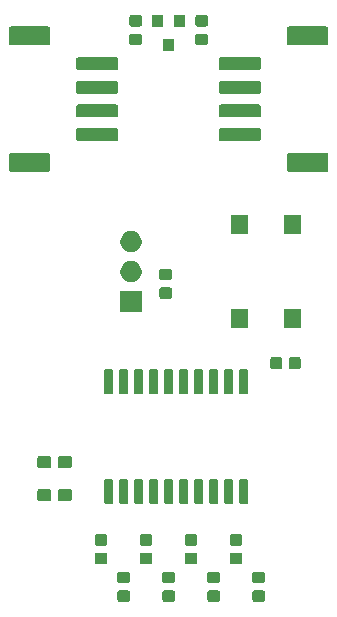
<source format=gbr>
G04 #@! TF.GenerationSoftware,KiCad,Pcbnew,5.1.5*
G04 #@! TF.CreationDate,2020-04-23T18:51:29+02:00*
G04 #@! TF.ProjectId,water_level,77617465-725f-46c6-9576-656c2e6b6963,rev?*
G04 #@! TF.SameCoordinates,Original*
G04 #@! TF.FileFunction,Soldermask,Top*
G04 #@! TF.FilePolarity,Negative*
%FSLAX46Y46*%
G04 Gerber Fmt 4.6, Leading zero omitted, Abs format (unit mm)*
G04 Created by KiCad (PCBNEW 5.1.5) date 2020-04-23 18:51:29*
%MOMM*%
%LPD*%
G04 APERTURE LIST*
%ADD10C,0.100000*%
G04 APERTURE END LIST*
D10*
G36*
X48639591Y-69518085D02*
G01*
X48673569Y-69528393D01*
X48704890Y-69545134D01*
X48732339Y-69567661D01*
X48754866Y-69595110D01*
X48771607Y-69626431D01*
X48781915Y-69660409D01*
X48786000Y-69701890D01*
X48786000Y-70303110D01*
X48781915Y-70344591D01*
X48771607Y-70378569D01*
X48754866Y-70409890D01*
X48732339Y-70437339D01*
X48704890Y-70459866D01*
X48673569Y-70476607D01*
X48639591Y-70486915D01*
X48598110Y-70491000D01*
X47921890Y-70491000D01*
X47880409Y-70486915D01*
X47846431Y-70476607D01*
X47815110Y-70459866D01*
X47787661Y-70437339D01*
X47765134Y-70409890D01*
X47748393Y-70378569D01*
X47738085Y-70344591D01*
X47734000Y-70303110D01*
X47734000Y-69701890D01*
X47738085Y-69660409D01*
X47748393Y-69626431D01*
X47765134Y-69595110D01*
X47787661Y-69567661D01*
X47815110Y-69545134D01*
X47846431Y-69528393D01*
X47880409Y-69518085D01*
X47921890Y-69514000D01*
X48598110Y-69514000D01*
X48639591Y-69518085D01*
G37*
G36*
X44829591Y-69518085D02*
G01*
X44863569Y-69528393D01*
X44894890Y-69545134D01*
X44922339Y-69567661D01*
X44944866Y-69595110D01*
X44961607Y-69626431D01*
X44971915Y-69660409D01*
X44976000Y-69701890D01*
X44976000Y-70303110D01*
X44971915Y-70344591D01*
X44961607Y-70378569D01*
X44944866Y-70409890D01*
X44922339Y-70437339D01*
X44894890Y-70459866D01*
X44863569Y-70476607D01*
X44829591Y-70486915D01*
X44788110Y-70491000D01*
X44111890Y-70491000D01*
X44070409Y-70486915D01*
X44036431Y-70476607D01*
X44005110Y-70459866D01*
X43977661Y-70437339D01*
X43955134Y-70409890D01*
X43938393Y-70378569D01*
X43928085Y-70344591D01*
X43924000Y-70303110D01*
X43924000Y-69701890D01*
X43928085Y-69660409D01*
X43938393Y-69626431D01*
X43955134Y-69595110D01*
X43977661Y-69567661D01*
X44005110Y-69545134D01*
X44036431Y-69528393D01*
X44070409Y-69518085D01*
X44111890Y-69514000D01*
X44788110Y-69514000D01*
X44829591Y-69518085D01*
G37*
G36*
X37209591Y-69518085D02*
G01*
X37243569Y-69528393D01*
X37274890Y-69545134D01*
X37302339Y-69567661D01*
X37324866Y-69595110D01*
X37341607Y-69626431D01*
X37351915Y-69660409D01*
X37356000Y-69701890D01*
X37356000Y-70303110D01*
X37351915Y-70344591D01*
X37341607Y-70378569D01*
X37324866Y-70409890D01*
X37302339Y-70437339D01*
X37274890Y-70459866D01*
X37243569Y-70476607D01*
X37209591Y-70486915D01*
X37168110Y-70491000D01*
X36491890Y-70491000D01*
X36450409Y-70486915D01*
X36416431Y-70476607D01*
X36385110Y-70459866D01*
X36357661Y-70437339D01*
X36335134Y-70409890D01*
X36318393Y-70378569D01*
X36308085Y-70344591D01*
X36304000Y-70303110D01*
X36304000Y-69701890D01*
X36308085Y-69660409D01*
X36318393Y-69626431D01*
X36335134Y-69595110D01*
X36357661Y-69567661D01*
X36385110Y-69545134D01*
X36416431Y-69528393D01*
X36450409Y-69518085D01*
X36491890Y-69514000D01*
X37168110Y-69514000D01*
X37209591Y-69518085D01*
G37*
G36*
X41019591Y-69518085D02*
G01*
X41053569Y-69528393D01*
X41084890Y-69545134D01*
X41112339Y-69567661D01*
X41134866Y-69595110D01*
X41151607Y-69626431D01*
X41161915Y-69660409D01*
X41166000Y-69701890D01*
X41166000Y-70303110D01*
X41161915Y-70344591D01*
X41151607Y-70378569D01*
X41134866Y-70409890D01*
X41112339Y-70437339D01*
X41084890Y-70459866D01*
X41053569Y-70476607D01*
X41019591Y-70486915D01*
X40978110Y-70491000D01*
X40301890Y-70491000D01*
X40260409Y-70486915D01*
X40226431Y-70476607D01*
X40195110Y-70459866D01*
X40167661Y-70437339D01*
X40145134Y-70409890D01*
X40128393Y-70378569D01*
X40118085Y-70344591D01*
X40114000Y-70303110D01*
X40114000Y-69701890D01*
X40118085Y-69660409D01*
X40128393Y-69626431D01*
X40145134Y-69595110D01*
X40167661Y-69567661D01*
X40195110Y-69545134D01*
X40226431Y-69528393D01*
X40260409Y-69518085D01*
X40301890Y-69514000D01*
X40978110Y-69514000D01*
X41019591Y-69518085D01*
G37*
G36*
X41019591Y-67943085D02*
G01*
X41053569Y-67953393D01*
X41084890Y-67970134D01*
X41112339Y-67992661D01*
X41134866Y-68020110D01*
X41151607Y-68051431D01*
X41161915Y-68085409D01*
X41166000Y-68126890D01*
X41166000Y-68728110D01*
X41161915Y-68769591D01*
X41151607Y-68803569D01*
X41134866Y-68834890D01*
X41112339Y-68862339D01*
X41084890Y-68884866D01*
X41053569Y-68901607D01*
X41019591Y-68911915D01*
X40978110Y-68916000D01*
X40301890Y-68916000D01*
X40260409Y-68911915D01*
X40226431Y-68901607D01*
X40195110Y-68884866D01*
X40167661Y-68862339D01*
X40145134Y-68834890D01*
X40128393Y-68803569D01*
X40118085Y-68769591D01*
X40114000Y-68728110D01*
X40114000Y-68126890D01*
X40118085Y-68085409D01*
X40128393Y-68051431D01*
X40145134Y-68020110D01*
X40167661Y-67992661D01*
X40195110Y-67970134D01*
X40226431Y-67953393D01*
X40260409Y-67943085D01*
X40301890Y-67939000D01*
X40978110Y-67939000D01*
X41019591Y-67943085D01*
G37*
G36*
X37209591Y-67943085D02*
G01*
X37243569Y-67953393D01*
X37274890Y-67970134D01*
X37302339Y-67992661D01*
X37324866Y-68020110D01*
X37341607Y-68051431D01*
X37351915Y-68085409D01*
X37356000Y-68126890D01*
X37356000Y-68728110D01*
X37351915Y-68769591D01*
X37341607Y-68803569D01*
X37324866Y-68834890D01*
X37302339Y-68862339D01*
X37274890Y-68884866D01*
X37243569Y-68901607D01*
X37209591Y-68911915D01*
X37168110Y-68916000D01*
X36491890Y-68916000D01*
X36450409Y-68911915D01*
X36416431Y-68901607D01*
X36385110Y-68884866D01*
X36357661Y-68862339D01*
X36335134Y-68834890D01*
X36318393Y-68803569D01*
X36308085Y-68769591D01*
X36304000Y-68728110D01*
X36304000Y-68126890D01*
X36308085Y-68085409D01*
X36318393Y-68051431D01*
X36335134Y-68020110D01*
X36357661Y-67992661D01*
X36385110Y-67970134D01*
X36416431Y-67953393D01*
X36450409Y-67943085D01*
X36491890Y-67939000D01*
X37168110Y-67939000D01*
X37209591Y-67943085D01*
G37*
G36*
X44829591Y-67943085D02*
G01*
X44863569Y-67953393D01*
X44894890Y-67970134D01*
X44922339Y-67992661D01*
X44944866Y-68020110D01*
X44961607Y-68051431D01*
X44971915Y-68085409D01*
X44976000Y-68126890D01*
X44976000Y-68728110D01*
X44971915Y-68769591D01*
X44961607Y-68803569D01*
X44944866Y-68834890D01*
X44922339Y-68862339D01*
X44894890Y-68884866D01*
X44863569Y-68901607D01*
X44829591Y-68911915D01*
X44788110Y-68916000D01*
X44111890Y-68916000D01*
X44070409Y-68911915D01*
X44036431Y-68901607D01*
X44005110Y-68884866D01*
X43977661Y-68862339D01*
X43955134Y-68834890D01*
X43938393Y-68803569D01*
X43928085Y-68769591D01*
X43924000Y-68728110D01*
X43924000Y-68126890D01*
X43928085Y-68085409D01*
X43938393Y-68051431D01*
X43955134Y-68020110D01*
X43977661Y-67992661D01*
X44005110Y-67970134D01*
X44036431Y-67953393D01*
X44070409Y-67943085D01*
X44111890Y-67939000D01*
X44788110Y-67939000D01*
X44829591Y-67943085D01*
G37*
G36*
X48639591Y-67943085D02*
G01*
X48673569Y-67953393D01*
X48704890Y-67970134D01*
X48732339Y-67992661D01*
X48754866Y-68020110D01*
X48771607Y-68051431D01*
X48781915Y-68085409D01*
X48786000Y-68126890D01*
X48786000Y-68728110D01*
X48781915Y-68769591D01*
X48771607Y-68803569D01*
X48754866Y-68834890D01*
X48732339Y-68862339D01*
X48704890Y-68884866D01*
X48673569Y-68901607D01*
X48639591Y-68911915D01*
X48598110Y-68916000D01*
X47921890Y-68916000D01*
X47880409Y-68911915D01*
X47846431Y-68901607D01*
X47815110Y-68884866D01*
X47787661Y-68862339D01*
X47765134Y-68834890D01*
X47748393Y-68803569D01*
X47738085Y-68769591D01*
X47734000Y-68728110D01*
X47734000Y-68126890D01*
X47738085Y-68085409D01*
X47748393Y-68051431D01*
X47765134Y-68020110D01*
X47787661Y-67992661D01*
X47815110Y-67970134D01*
X47846431Y-67953393D01*
X47880409Y-67943085D01*
X47921890Y-67939000D01*
X48598110Y-67939000D01*
X48639591Y-67943085D01*
G37*
G36*
X39114591Y-66343085D02*
G01*
X39148569Y-66353393D01*
X39179890Y-66370134D01*
X39207339Y-66392661D01*
X39229866Y-66420110D01*
X39246607Y-66451431D01*
X39256915Y-66485409D01*
X39261000Y-66526890D01*
X39261000Y-67128110D01*
X39256915Y-67169591D01*
X39246607Y-67203569D01*
X39229866Y-67234890D01*
X39207339Y-67262339D01*
X39179890Y-67284866D01*
X39148569Y-67301607D01*
X39114591Y-67311915D01*
X39073110Y-67316000D01*
X38396890Y-67316000D01*
X38355409Y-67311915D01*
X38321431Y-67301607D01*
X38290110Y-67284866D01*
X38262661Y-67262339D01*
X38240134Y-67234890D01*
X38223393Y-67203569D01*
X38213085Y-67169591D01*
X38209000Y-67128110D01*
X38209000Y-66526890D01*
X38213085Y-66485409D01*
X38223393Y-66451431D01*
X38240134Y-66420110D01*
X38262661Y-66392661D01*
X38290110Y-66370134D01*
X38321431Y-66353393D01*
X38355409Y-66343085D01*
X38396890Y-66339000D01*
X39073110Y-66339000D01*
X39114591Y-66343085D01*
G37*
G36*
X46734591Y-66343085D02*
G01*
X46768569Y-66353393D01*
X46799890Y-66370134D01*
X46827339Y-66392661D01*
X46849866Y-66420110D01*
X46866607Y-66451431D01*
X46876915Y-66485409D01*
X46881000Y-66526890D01*
X46881000Y-67128110D01*
X46876915Y-67169591D01*
X46866607Y-67203569D01*
X46849866Y-67234890D01*
X46827339Y-67262339D01*
X46799890Y-67284866D01*
X46768569Y-67301607D01*
X46734591Y-67311915D01*
X46693110Y-67316000D01*
X46016890Y-67316000D01*
X45975409Y-67311915D01*
X45941431Y-67301607D01*
X45910110Y-67284866D01*
X45882661Y-67262339D01*
X45860134Y-67234890D01*
X45843393Y-67203569D01*
X45833085Y-67169591D01*
X45829000Y-67128110D01*
X45829000Y-66526890D01*
X45833085Y-66485409D01*
X45843393Y-66451431D01*
X45860134Y-66420110D01*
X45882661Y-66392661D01*
X45910110Y-66370134D01*
X45941431Y-66353393D01*
X45975409Y-66343085D01*
X46016890Y-66339000D01*
X46693110Y-66339000D01*
X46734591Y-66343085D01*
G37*
G36*
X42924591Y-66343085D02*
G01*
X42958569Y-66353393D01*
X42989890Y-66370134D01*
X43017339Y-66392661D01*
X43039866Y-66420110D01*
X43056607Y-66451431D01*
X43066915Y-66485409D01*
X43071000Y-66526890D01*
X43071000Y-67128110D01*
X43066915Y-67169591D01*
X43056607Y-67203569D01*
X43039866Y-67234890D01*
X43017339Y-67262339D01*
X42989890Y-67284866D01*
X42958569Y-67301607D01*
X42924591Y-67311915D01*
X42883110Y-67316000D01*
X42206890Y-67316000D01*
X42165409Y-67311915D01*
X42131431Y-67301607D01*
X42100110Y-67284866D01*
X42072661Y-67262339D01*
X42050134Y-67234890D01*
X42033393Y-67203569D01*
X42023085Y-67169591D01*
X42019000Y-67128110D01*
X42019000Y-66526890D01*
X42023085Y-66485409D01*
X42033393Y-66451431D01*
X42050134Y-66420110D01*
X42072661Y-66392661D01*
X42100110Y-66370134D01*
X42131431Y-66353393D01*
X42165409Y-66343085D01*
X42206890Y-66339000D01*
X42883110Y-66339000D01*
X42924591Y-66343085D01*
G37*
G36*
X35304591Y-66343085D02*
G01*
X35338569Y-66353393D01*
X35369890Y-66370134D01*
X35397339Y-66392661D01*
X35419866Y-66420110D01*
X35436607Y-66451431D01*
X35446915Y-66485409D01*
X35451000Y-66526890D01*
X35451000Y-67128110D01*
X35446915Y-67169591D01*
X35436607Y-67203569D01*
X35419866Y-67234890D01*
X35397339Y-67262339D01*
X35369890Y-67284866D01*
X35338569Y-67301607D01*
X35304591Y-67311915D01*
X35263110Y-67316000D01*
X34586890Y-67316000D01*
X34545409Y-67311915D01*
X34511431Y-67301607D01*
X34480110Y-67284866D01*
X34452661Y-67262339D01*
X34430134Y-67234890D01*
X34413393Y-67203569D01*
X34403085Y-67169591D01*
X34399000Y-67128110D01*
X34399000Y-66526890D01*
X34403085Y-66485409D01*
X34413393Y-66451431D01*
X34430134Y-66420110D01*
X34452661Y-66392661D01*
X34480110Y-66370134D01*
X34511431Y-66353393D01*
X34545409Y-66343085D01*
X34586890Y-66339000D01*
X35263110Y-66339000D01*
X35304591Y-66343085D01*
G37*
G36*
X35304591Y-64768085D02*
G01*
X35338569Y-64778393D01*
X35369890Y-64795134D01*
X35397339Y-64817661D01*
X35419866Y-64845110D01*
X35436607Y-64876431D01*
X35446915Y-64910409D01*
X35451000Y-64951890D01*
X35451000Y-65553110D01*
X35446915Y-65594591D01*
X35436607Y-65628569D01*
X35419866Y-65659890D01*
X35397339Y-65687339D01*
X35369890Y-65709866D01*
X35338569Y-65726607D01*
X35304591Y-65736915D01*
X35263110Y-65741000D01*
X34586890Y-65741000D01*
X34545409Y-65736915D01*
X34511431Y-65726607D01*
X34480110Y-65709866D01*
X34452661Y-65687339D01*
X34430134Y-65659890D01*
X34413393Y-65628569D01*
X34403085Y-65594591D01*
X34399000Y-65553110D01*
X34399000Y-64951890D01*
X34403085Y-64910409D01*
X34413393Y-64876431D01*
X34430134Y-64845110D01*
X34452661Y-64817661D01*
X34480110Y-64795134D01*
X34511431Y-64778393D01*
X34545409Y-64768085D01*
X34586890Y-64764000D01*
X35263110Y-64764000D01*
X35304591Y-64768085D01*
G37*
G36*
X39114591Y-64768085D02*
G01*
X39148569Y-64778393D01*
X39179890Y-64795134D01*
X39207339Y-64817661D01*
X39229866Y-64845110D01*
X39246607Y-64876431D01*
X39256915Y-64910409D01*
X39261000Y-64951890D01*
X39261000Y-65553110D01*
X39256915Y-65594591D01*
X39246607Y-65628569D01*
X39229866Y-65659890D01*
X39207339Y-65687339D01*
X39179890Y-65709866D01*
X39148569Y-65726607D01*
X39114591Y-65736915D01*
X39073110Y-65741000D01*
X38396890Y-65741000D01*
X38355409Y-65736915D01*
X38321431Y-65726607D01*
X38290110Y-65709866D01*
X38262661Y-65687339D01*
X38240134Y-65659890D01*
X38223393Y-65628569D01*
X38213085Y-65594591D01*
X38209000Y-65553110D01*
X38209000Y-64951890D01*
X38213085Y-64910409D01*
X38223393Y-64876431D01*
X38240134Y-64845110D01*
X38262661Y-64817661D01*
X38290110Y-64795134D01*
X38321431Y-64778393D01*
X38355409Y-64768085D01*
X38396890Y-64764000D01*
X39073110Y-64764000D01*
X39114591Y-64768085D01*
G37*
G36*
X46734591Y-64768085D02*
G01*
X46768569Y-64778393D01*
X46799890Y-64795134D01*
X46827339Y-64817661D01*
X46849866Y-64845110D01*
X46866607Y-64876431D01*
X46876915Y-64910409D01*
X46881000Y-64951890D01*
X46881000Y-65553110D01*
X46876915Y-65594591D01*
X46866607Y-65628569D01*
X46849866Y-65659890D01*
X46827339Y-65687339D01*
X46799890Y-65709866D01*
X46768569Y-65726607D01*
X46734591Y-65736915D01*
X46693110Y-65741000D01*
X46016890Y-65741000D01*
X45975409Y-65736915D01*
X45941431Y-65726607D01*
X45910110Y-65709866D01*
X45882661Y-65687339D01*
X45860134Y-65659890D01*
X45843393Y-65628569D01*
X45833085Y-65594591D01*
X45829000Y-65553110D01*
X45829000Y-64951890D01*
X45833085Y-64910409D01*
X45843393Y-64876431D01*
X45860134Y-64845110D01*
X45882661Y-64817661D01*
X45910110Y-64795134D01*
X45941431Y-64778393D01*
X45975409Y-64768085D01*
X46016890Y-64764000D01*
X46693110Y-64764000D01*
X46734591Y-64768085D01*
G37*
G36*
X42924591Y-64768085D02*
G01*
X42958569Y-64778393D01*
X42989890Y-64795134D01*
X43017339Y-64817661D01*
X43039866Y-64845110D01*
X43056607Y-64876431D01*
X43066915Y-64910409D01*
X43071000Y-64951890D01*
X43071000Y-65553110D01*
X43066915Y-65594591D01*
X43056607Y-65628569D01*
X43039866Y-65659890D01*
X43017339Y-65687339D01*
X42989890Y-65709866D01*
X42958569Y-65726607D01*
X42924591Y-65736915D01*
X42883110Y-65741000D01*
X42206890Y-65741000D01*
X42165409Y-65736915D01*
X42131431Y-65726607D01*
X42100110Y-65709866D01*
X42072661Y-65687339D01*
X42050134Y-65659890D01*
X42033393Y-65628569D01*
X42023085Y-65594591D01*
X42019000Y-65553110D01*
X42019000Y-64951890D01*
X42023085Y-64910409D01*
X42033393Y-64876431D01*
X42050134Y-64845110D01*
X42072661Y-64817661D01*
X42100110Y-64795134D01*
X42131431Y-64778393D01*
X42165409Y-64768085D01*
X42206890Y-64764000D01*
X42883110Y-64764000D01*
X42924591Y-64768085D01*
G37*
G36*
X43439928Y-60091764D02*
G01*
X43461009Y-60098160D01*
X43480445Y-60108548D01*
X43497476Y-60122524D01*
X43511452Y-60139555D01*
X43521840Y-60158991D01*
X43528236Y-60180072D01*
X43531000Y-60208140D01*
X43531000Y-62121860D01*
X43528236Y-62149928D01*
X43521840Y-62171009D01*
X43511452Y-62190445D01*
X43497476Y-62207476D01*
X43480445Y-62221452D01*
X43461009Y-62231840D01*
X43439928Y-62238236D01*
X43411860Y-62241000D01*
X42948140Y-62241000D01*
X42920072Y-62238236D01*
X42898991Y-62231840D01*
X42879555Y-62221452D01*
X42862524Y-62207476D01*
X42848548Y-62190445D01*
X42838160Y-62171009D01*
X42831764Y-62149928D01*
X42829000Y-62121860D01*
X42829000Y-60208140D01*
X42831764Y-60180072D01*
X42838160Y-60158991D01*
X42848548Y-60139555D01*
X42862524Y-60122524D01*
X42879555Y-60108548D01*
X42898991Y-60098160D01*
X42920072Y-60091764D01*
X42948140Y-60089000D01*
X43411860Y-60089000D01*
X43439928Y-60091764D01*
G37*
G36*
X37089928Y-60091764D02*
G01*
X37111009Y-60098160D01*
X37130445Y-60108548D01*
X37147476Y-60122524D01*
X37161452Y-60139555D01*
X37171840Y-60158991D01*
X37178236Y-60180072D01*
X37181000Y-60208140D01*
X37181000Y-62121860D01*
X37178236Y-62149928D01*
X37171840Y-62171009D01*
X37161452Y-62190445D01*
X37147476Y-62207476D01*
X37130445Y-62221452D01*
X37111009Y-62231840D01*
X37089928Y-62238236D01*
X37061860Y-62241000D01*
X36598140Y-62241000D01*
X36570072Y-62238236D01*
X36548991Y-62231840D01*
X36529555Y-62221452D01*
X36512524Y-62207476D01*
X36498548Y-62190445D01*
X36488160Y-62171009D01*
X36481764Y-62149928D01*
X36479000Y-62121860D01*
X36479000Y-60208140D01*
X36481764Y-60180072D01*
X36488160Y-60158991D01*
X36498548Y-60139555D01*
X36512524Y-60122524D01*
X36529555Y-60108548D01*
X36548991Y-60098160D01*
X36570072Y-60091764D01*
X36598140Y-60089000D01*
X37061860Y-60089000D01*
X37089928Y-60091764D01*
G37*
G36*
X39629928Y-60091764D02*
G01*
X39651009Y-60098160D01*
X39670445Y-60108548D01*
X39687476Y-60122524D01*
X39701452Y-60139555D01*
X39711840Y-60158991D01*
X39718236Y-60180072D01*
X39721000Y-60208140D01*
X39721000Y-62121860D01*
X39718236Y-62149928D01*
X39711840Y-62171009D01*
X39701452Y-62190445D01*
X39687476Y-62207476D01*
X39670445Y-62221452D01*
X39651009Y-62231840D01*
X39629928Y-62238236D01*
X39601860Y-62241000D01*
X39138140Y-62241000D01*
X39110072Y-62238236D01*
X39088991Y-62231840D01*
X39069555Y-62221452D01*
X39052524Y-62207476D01*
X39038548Y-62190445D01*
X39028160Y-62171009D01*
X39021764Y-62149928D01*
X39019000Y-62121860D01*
X39019000Y-60208140D01*
X39021764Y-60180072D01*
X39028160Y-60158991D01*
X39038548Y-60139555D01*
X39052524Y-60122524D01*
X39069555Y-60108548D01*
X39088991Y-60098160D01*
X39110072Y-60091764D01*
X39138140Y-60089000D01*
X39601860Y-60089000D01*
X39629928Y-60091764D01*
G37*
G36*
X40899928Y-60091764D02*
G01*
X40921009Y-60098160D01*
X40940445Y-60108548D01*
X40957476Y-60122524D01*
X40971452Y-60139555D01*
X40981840Y-60158991D01*
X40988236Y-60180072D01*
X40991000Y-60208140D01*
X40991000Y-62121860D01*
X40988236Y-62149928D01*
X40981840Y-62171009D01*
X40971452Y-62190445D01*
X40957476Y-62207476D01*
X40940445Y-62221452D01*
X40921009Y-62231840D01*
X40899928Y-62238236D01*
X40871860Y-62241000D01*
X40408140Y-62241000D01*
X40380072Y-62238236D01*
X40358991Y-62231840D01*
X40339555Y-62221452D01*
X40322524Y-62207476D01*
X40308548Y-62190445D01*
X40298160Y-62171009D01*
X40291764Y-62149928D01*
X40289000Y-62121860D01*
X40289000Y-60208140D01*
X40291764Y-60180072D01*
X40298160Y-60158991D01*
X40308548Y-60139555D01*
X40322524Y-60122524D01*
X40339555Y-60108548D01*
X40358991Y-60098160D01*
X40380072Y-60091764D01*
X40408140Y-60089000D01*
X40871860Y-60089000D01*
X40899928Y-60091764D01*
G37*
G36*
X42169928Y-60091764D02*
G01*
X42191009Y-60098160D01*
X42210445Y-60108548D01*
X42227476Y-60122524D01*
X42241452Y-60139555D01*
X42251840Y-60158991D01*
X42258236Y-60180072D01*
X42261000Y-60208140D01*
X42261000Y-62121860D01*
X42258236Y-62149928D01*
X42251840Y-62171009D01*
X42241452Y-62190445D01*
X42227476Y-62207476D01*
X42210445Y-62221452D01*
X42191009Y-62231840D01*
X42169928Y-62238236D01*
X42141860Y-62241000D01*
X41678140Y-62241000D01*
X41650072Y-62238236D01*
X41628991Y-62231840D01*
X41609555Y-62221452D01*
X41592524Y-62207476D01*
X41578548Y-62190445D01*
X41568160Y-62171009D01*
X41561764Y-62149928D01*
X41559000Y-62121860D01*
X41559000Y-60208140D01*
X41561764Y-60180072D01*
X41568160Y-60158991D01*
X41578548Y-60139555D01*
X41592524Y-60122524D01*
X41609555Y-60108548D01*
X41628991Y-60098160D01*
X41650072Y-60091764D01*
X41678140Y-60089000D01*
X42141860Y-60089000D01*
X42169928Y-60091764D01*
G37*
G36*
X38359928Y-60091764D02*
G01*
X38381009Y-60098160D01*
X38400445Y-60108548D01*
X38417476Y-60122524D01*
X38431452Y-60139555D01*
X38441840Y-60158991D01*
X38448236Y-60180072D01*
X38451000Y-60208140D01*
X38451000Y-62121860D01*
X38448236Y-62149928D01*
X38441840Y-62171009D01*
X38431452Y-62190445D01*
X38417476Y-62207476D01*
X38400445Y-62221452D01*
X38381009Y-62231840D01*
X38359928Y-62238236D01*
X38331860Y-62241000D01*
X37868140Y-62241000D01*
X37840072Y-62238236D01*
X37818991Y-62231840D01*
X37799555Y-62221452D01*
X37782524Y-62207476D01*
X37768548Y-62190445D01*
X37758160Y-62171009D01*
X37751764Y-62149928D01*
X37749000Y-62121860D01*
X37749000Y-60208140D01*
X37751764Y-60180072D01*
X37758160Y-60158991D01*
X37768548Y-60139555D01*
X37782524Y-60122524D01*
X37799555Y-60108548D01*
X37818991Y-60098160D01*
X37840072Y-60091764D01*
X37868140Y-60089000D01*
X38331860Y-60089000D01*
X38359928Y-60091764D01*
G37*
G36*
X35819928Y-60091764D02*
G01*
X35841009Y-60098160D01*
X35860445Y-60108548D01*
X35877476Y-60122524D01*
X35891452Y-60139555D01*
X35901840Y-60158991D01*
X35908236Y-60180072D01*
X35911000Y-60208140D01*
X35911000Y-62121860D01*
X35908236Y-62149928D01*
X35901840Y-62171009D01*
X35891452Y-62190445D01*
X35877476Y-62207476D01*
X35860445Y-62221452D01*
X35841009Y-62231840D01*
X35819928Y-62238236D01*
X35791860Y-62241000D01*
X35328140Y-62241000D01*
X35300072Y-62238236D01*
X35278991Y-62231840D01*
X35259555Y-62221452D01*
X35242524Y-62207476D01*
X35228548Y-62190445D01*
X35218160Y-62171009D01*
X35211764Y-62149928D01*
X35209000Y-62121860D01*
X35209000Y-60208140D01*
X35211764Y-60180072D01*
X35218160Y-60158991D01*
X35228548Y-60139555D01*
X35242524Y-60122524D01*
X35259555Y-60108548D01*
X35278991Y-60098160D01*
X35300072Y-60091764D01*
X35328140Y-60089000D01*
X35791860Y-60089000D01*
X35819928Y-60091764D01*
G37*
G36*
X44709928Y-60091764D02*
G01*
X44731009Y-60098160D01*
X44750445Y-60108548D01*
X44767476Y-60122524D01*
X44781452Y-60139555D01*
X44791840Y-60158991D01*
X44798236Y-60180072D01*
X44801000Y-60208140D01*
X44801000Y-62121860D01*
X44798236Y-62149928D01*
X44791840Y-62171009D01*
X44781452Y-62190445D01*
X44767476Y-62207476D01*
X44750445Y-62221452D01*
X44731009Y-62231840D01*
X44709928Y-62238236D01*
X44681860Y-62241000D01*
X44218140Y-62241000D01*
X44190072Y-62238236D01*
X44168991Y-62231840D01*
X44149555Y-62221452D01*
X44132524Y-62207476D01*
X44118548Y-62190445D01*
X44108160Y-62171009D01*
X44101764Y-62149928D01*
X44099000Y-62121860D01*
X44099000Y-60208140D01*
X44101764Y-60180072D01*
X44108160Y-60158991D01*
X44118548Y-60139555D01*
X44132524Y-60122524D01*
X44149555Y-60108548D01*
X44168991Y-60098160D01*
X44190072Y-60091764D01*
X44218140Y-60089000D01*
X44681860Y-60089000D01*
X44709928Y-60091764D01*
G37*
G36*
X45979928Y-60091764D02*
G01*
X46001009Y-60098160D01*
X46020445Y-60108548D01*
X46037476Y-60122524D01*
X46051452Y-60139555D01*
X46061840Y-60158991D01*
X46068236Y-60180072D01*
X46071000Y-60208140D01*
X46071000Y-62121860D01*
X46068236Y-62149928D01*
X46061840Y-62171009D01*
X46051452Y-62190445D01*
X46037476Y-62207476D01*
X46020445Y-62221452D01*
X46001009Y-62231840D01*
X45979928Y-62238236D01*
X45951860Y-62241000D01*
X45488140Y-62241000D01*
X45460072Y-62238236D01*
X45438991Y-62231840D01*
X45419555Y-62221452D01*
X45402524Y-62207476D01*
X45388548Y-62190445D01*
X45378160Y-62171009D01*
X45371764Y-62149928D01*
X45369000Y-62121860D01*
X45369000Y-60208140D01*
X45371764Y-60180072D01*
X45378160Y-60158991D01*
X45388548Y-60139555D01*
X45402524Y-60122524D01*
X45419555Y-60108548D01*
X45438991Y-60098160D01*
X45460072Y-60091764D01*
X45488140Y-60089000D01*
X45951860Y-60089000D01*
X45979928Y-60091764D01*
G37*
G36*
X47249928Y-60091764D02*
G01*
X47271009Y-60098160D01*
X47290445Y-60108548D01*
X47307476Y-60122524D01*
X47321452Y-60139555D01*
X47331840Y-60158991D01*
X47338236Y-60180072D01*
X47341000Y-60208140D01*
X47341000Y-62121860D01*
X47338236Y-62149928D01*
X47331840Y-62171009D01*
X47321452Y-62190445D01*
X47307476Y-62207476D01*
X47290445Y-62221452D01*
X47271009Y-62231840D01*
X47249928Y-62238236D01*
X47221860Y-62241000D01*
X46758140Y-62241000D01*
X46730072Y-62238236D01*
X46708991Y-62231840D01*
X46689555Y-62221452D01*
X46672524Y-62207476D01*
X46658548Y-62190445D01*
X46648160Y-62171009D01*
X46641764Y-62149928D01*
X46639000Y-62121860D01*
X46639000Y-60208140D01*
X46641764Y-60180072D01*
X46648160Y-60158991D01*
X46658548Y-60139555D01*
X46672524Y-60122524D01*
X46689555Y-60108548D01*
X46708991Y-60098160D01*
X46730072Y-60091764D01*
X46758140Y-60089000D01*
X47221860Y-60089000D01*
X47249928Y-60091764D01*
G37*
G36*
X32277499Y-60946445D02*
G01*
X32314995Y-60957820D01*
X32349554Y-60976292D01*
X32379847Y-61001153D01*
X32404708Y-61031446D01*
X32423180Y-61066005D01*
X32434555Y-61103501D01*
X32439000Y-61148638D01*
X32439000Y-61787362D01*
X32434555Y-61832499D01*
X32423180Y-61869995D01*
X32404708Y-61904554D01*
X32379847Y-61934847D01*
X32349554Y-61959708D01*
X32314995Y-61978180D01*
X32277499Y-61989555D01*
X32232362Y-61994000D01*
X31493638Y-61994000D01*
X31448501Y-61989555D01*
X31411005Y-61978180D01*
X31376446Y-61959708D01*
X31346153Y-61934847D01*
X31321292Y-61904554D01*
X31302820Y-61869995D01*
X31291445Y-61832499D01*
X31287000Y-61787362D01*
X31287000Y-61148638D01*
X31291445Y-61103501D01*
X31302820Y-61066005D01*
X31321292Y-61031446D01*
X31346153Y-61001153D01*
X31376446Y-60976292D01*
X31411005Y-60957820D01*
X31448501Y-60946445D01*
X31493638Y-60942000D01*
X32232362Y-60942000D01*
X32277499Y-60946445D01*
G37*
G36*
X30527499Y-60946445D02*
G01*
X30564995Y-60957820D01*
X30599554Y-60976292D01*
X30629847Y-61001153D01*
X30654708Y-61031446D01*
X30673180Y-61066005D01*
X30684555Y-61103501D01*
X30689000Y-61148638D01*
X30689000Y-61787362D01*
X30684555Y-61832499D01*
X30673180Y-61869995D01*
X30654708Y-61904554D01*
X30629847Y-61934847D01*
X30599554Y-61959708D01*
X30564995Y-61978180D01*
X30527499Y-61989555D01*
X30482362Y-61994000D01*
X29743638Y-61994000D01*
X29698501Y-61989555D01*
X29661005Y-61978180D01*
X29626446Y-61959708D01*
X29596153Y-61934847D01*
X29571292Y-61904554D01*
X29552820Y-61869995D01*
X29541445Y-61832499D01*
X29537000Y-61787362D01*
X29537000Y-61148638D01*
X29541445Y-61103501D01*
X29552820Y-61066005D01*
X29571292Y-61031446D01*
X29596153Y-61001153D01*
X29626446Y-60976292D01*
X29661005Y-60957820D01*
X29698501Y-60946445D01*
X29743638Y-60942000D01*
X30482362Y-60942000D01*
X30527499Y-60946445D01*
G37*
G36*
X32277499Y-58152445D02*
G01*
X32314995Y-58163820D01*
X32349554Y-58182292D01*
X32379847Y-58207153D01*
X32404708Y-58237446D01*
X32423180Y-58272005D01*
X32434555Y-58309501D01*
X32439000Y-58354638D01*
X32439000Y-58993362D01*
X32434555Y-59038499D01*
X32423180Y-59075995D01*
X32404708Y-59110554D01*
X32379847Y-59140847D01*
X32349554Y-59165708D01*
X32314995Y-59184180D01*
X32277499Y-59195555D01*
X32232362Y-59200000D01*
X31493638Y-59200000D01*
X31448501Y-59195555D01*
X31411005Y-59184180D01*
X31376446Y-59165708D01*
X31346153Y-59140847D01*
X31321292Y-59110554D01*
X31302820Y-59075995D01*
X31291445Y-59038499D01*
X31287000Y-58993362D01*
X31287000Y-58354638D01*
X31291445Y-58309501D01*
X31302820Y-58272005D01*
X31321292Y-58237446D01*
X31346153Y-58207153D01*
X31376446Y-58182292D01*
X31411005Y-58163820D01*
X31448501Y-58152445D01*
X31493638Y-58148000D01*
X32232362Y-58148000D01*
X32277499Y-58152445D01*
G37*
G36*
X30527499Y-58152445D02*
G01*
X30564995Y-58163820D01*
X30599554Y-58182292D01*
X30629847Y-58207153D01*
X30654708Y-58237446D01*
X30673180Y-58272005D01*
X30684555Y-58309501D01*
X30689000Y-58354638D01*
X30689000Y-58993362D01*
X30684555Y-59038499D01*
X30673180Y-59075995D01*
X30654708Y-59110554D01*
X30629847Y-59140847D01*
X30599554Y-59165708D01*
X30564995Y-59184180D01*
X30527499Y-59195555D01*
X30482362Y-59200000D01*
X29743638Y-59200000D01*
X29698501Y-59195555D01*
X29661005Y-59184180D01*
X29626446Y-59165708D01*
X29596153Y-59140847D01*
X29571292Y-59110554D01*
X29552820Y-59075995D01*
X29541445Y-59038499D01*
X29537000Y-58993362D01*
X29537000Y-58354638D01*
X29541445Y-58309501D01*
X29552820Y-58272005D01*
X29571292Y-58237446D01*
X29596153Y-58207153D01*
X29626446Y-58182292D01*
X29661005Y-58163820D01*
X29698501Y-58152445D01*
X29743638Y-58148000D01*
X30482362Y-58148000D01*
X30527499Y-58152445D01*
G37*
G36*
X47249928Y-50791764D02*
G01*
X47271009Y-50798160D01*
X47290445Y-50808548D01*
X47307476Y-50822524D01*
X47321452Y-50839555D01*
X47331840Y-50858991D01*
X47338236Y-50880072D01*
X47341000Y-50908140D01*
X47341000Y-52821860D01*
X47338236Y-52849928D01*
X47331840Y-52871009D01*
X47321452Y-52890445D01*
X47307476Y-52907476D01*
X47290445Y-52921452D01*
X47271009Y-52931840D01*
X47249928Y-52938236D01*
X47221860Y-52941000D01*
X46758140Y-52941000D01*
X46730072Y-52938236D01*
X46708991Y-52931840D01*
X46689555Y-52921452D01*
X46672524Y-52907476D01*
X46658548Y-52890445D01*
X46648160Y-52871009D01*
X46641764Y-52849928D01*
X46639000Y-52821860D01*
X46639000Y-50908140D01*
X46641764Y-50880072D01*
X46648160Y-50858991D01*
X46658548Y-50839555D01*
X46672524Y-50822524D01*
X46689555Y-50808548D01*
X46708991Y-50798160D01*
X46730072Y-50791764D01*
X46758140Y-50789000D01*
X47221860Y-50789000D01*
X47249928Y-50791764D01*
G37*
G36*
X44709928Y-50791764D02*
G01*
X44731009Y-50798160D01*
X44750445Y-50808548D01*
X44767476Y-50822524D01*
X44781452Y-50839555D01*
X44791840Y-50858991D01*
X44798236Y-50880072D01*
X44801000Y-50908140D01*
X44801000Y-52821860D01*
X44798236Y-52849928D01*
X44791840Y-52871009D01*
X44781452Y-52890445D01*
X44767476Y-52907476D01*
X44750445Y-52921452D01*
X44731009Y-52931840D01*
X44709928Y-52938236D01*
X44681860Y-52941000D01*
X44218140Y-52941000D01*
X44190072Y-52938236D01*
X44168991Y-52931840D01*
X44149555Y-52921452D01*
X44132524Y-52907476D01*
X44118548Y-52890445D01*
X44108160Y-52871009D01*
X44101764Y-52849928D01*
X44099000Y-52821860D01*
X44099000Y-50908140D01*
X44101764Y-50880072D01*
X44108160Y-50858991D01*
X44118548Y-50839555D01*
X44132524Y-50822524D01*
X44149555Y-50808548D01*
X44168991Y-50798160D01*
X44190072Y-50791764D01*
X44218140Y-50789000D01*
X44681860Y-50789000D01*
X44709928Y-50791764D01*
G37*
G36*
X43439928Y-50791764D02*
G01*
X43461009Y-50798160D01*
X43480445Y-50808548D01*
X43497476Y-50822524D01*
X43511452Y-50839555D01*
X43521840Y-50858991D01*
X43528236Y-50880072D01*
X43531000Y-50908140D01*
X43531000Y-52821860D01*
X43528236Y-52849928D01*
X43521840Y-52871009D01*
X43511452Y-52890445D01*
X43497476Y-52907476D01*
X43480445Y-52921452D01*
X43461009Y-52931840D01*
X43439928Y-52938236D01*
X43411860Y-52941000D01*
X42948140Y-52941000D01*
X42920072Y-52938236D01*
X42898991Y-52931840D01*
X42879555Y-52921452D01*
X42862524Y-52907476D01*
X42848548Y-52890445D01*
X42838160Y-52871009D01*
X42831764Y-52849928D01*
X42829000Y-52821860D01*
X42829000Y-50908140D01*
X42831764Y-50880072D01*
X42838160Y-50858991D01*
X42848548Y-50839555D01*
X42862524Y-50822524D01*
X42879555Y-50808548D01*
X42898991Y-50798160D01*
X42920072Y-50791764D01*
X42948140Y-50789000D01*
X43411860Y-50789000D01*
X43439928Y-50791764D01*
G37*
G36*
X42169928Y-50791764D02*
G01*
X42191009Y-50798160D01*
X42210445Y-50808548D01*
X42227476Y-50822524D01*
X42241452Y-50839555D01*
X42251840Y-50858991D01*
X42258236Y-50880072D01*
X42261000Y-50908140D01*
X42261000Y-52821860D01*
X42258236Y-52849928D01*
X42251840Y-52871009D01*
X42241452Y-52890445D01*
X42227476Y-52907476D01*
X42210445Y-52921452D01*
X42191009Y-52931840D01*
X42169928Y-52938236D01*
X42141860Y-52941000D01*
X41678140Y-52941000D01*
X41650072Y-52938236D01*
X41628991Y-52931840D01*
X41609555Y-52921452D01*
X41592524Y-52907476D01*
X41578548Y-52890445D01*
X41568160Y-52871009D01*
X41561764Y-52849928D01*
X41559000Y-52821860D01*
X41559000Y-50908140D01*
X41561764Y-50880072D01*
X41568160Y-50858991D01*
X41578548Y-50839555D01*
X41592524Y-50822524D01*
X41609555Y-50808548D01*
X41628991Y-50798160D01*
X41650072Y-50791764D01*
X41678140Y-50789000D01*
X42141860Y-50789000D01*
X42169928Y-50791764D01*
G37*
G36*
X40899928Y-50791764D02*
G01*
X40921009Y-50798160D01*
X40940445Y-50808548D01*
X40957476Y-50822524D01*
X40971452Y-50839555D01*
X40981840Y-50858991D01*
X40988236Y-50880072D01*
X40991000Y-50908140D01*
X40991000Y-52821860D01*
X40988236Y-52849928D01*
X40981840Y-52871009D01*
X40971452Y-52890445D01*
X40957476Y-52907476D01*
X40940445Y-52921452D01*
X40921009Y-52931840D01*
X40899928Y-52938236D01*
X40871860Y-52941000D01*
X40408140Y-52941000D01*
X40380072Y-52938236D01*
X40358991Y-52931840D01*
X40339555Y-52921452D01*
X40322524Y-52907476D01*
X40308548Y-52890445D01*
X40298160Y-52871009D01*
X40291764Y-52849928D01*
X40289000Y-52821860D01*
X40289000Y-50908140D01*
X40291764Y-50880072D01*
X40298160Y-50858991D01*
X40308548Y-50839555D01*
X40322524Y-50822524D01*
X40339555Y-50808548D01*
X40358991Y-50798160D01*
X40380072Y-50791764D01*
X40408140Y-50789000D01*
X40871860Y-50789000D01*
X40899928Y-50791764D01*
G37*
G36*
X38359928Y-50791764D02*
G01*
X38381009Y-50798160D01*
X38400445Y-50808548D01*
X38417476Y-50822524D01*
X38431452Y-50839555D01*
X38441840Y-50858991D01*
X38448236Y-50880072D01*
X38451000Y-50908140D01*
X38451000Y-52821860D01*
X38448236Y-52849928D01*
X38441840Y-52871009D01*
X38431452Y-52890445D01*
X38417476Y-52907476D01*
X38400445Y-52921452D01*
X38381009Y-52931840D01*
X38359928Y-52938236D01*
X38331860Y-52941000D01*
X37868140Y-52941000D01*
X37840072Y-52938236D01*
X37818991Y-52931840D01*
X37799555Y-52921452D01*
X37782524Y-52907476D01*
X37768548Y-52890445D01*
X37758160Y-52871009D01*
X37751764Y-52849928D01*
X37749000Y-52821860D01*
X37749000Y-50908140D01*
X37751764Y-50880072D01*
X37758160Y-50858991D01*
X37768548Y-50839555D01*
X37782524Y-50822524D01*
X37799555Y-50808548D01*
X37818991Y-50798160D01*
X37840072Y-50791764D01*
X37868140Y-50789000D01*
X38331860Y-50789000D01*
X38359928Y-50791764D01*
G37*
G36*
X39629928Y-50791764D02*
G01*
X39651009Y-50798160D01*
X39670445Y-50808548D01*
X39687476Y-50822524D01*
X39701452Y-50839555D01*
X39711840Y-50858991D01*
X39718236Y-50880072D01*
X39721000Y-50908140D01*
X39721000Y-52821860D01*
X39718236Y-52849928D01*
X39711840Y-52871009D01*
X39701452Y-52890445D01*
X39687476Y-52907476D01*
X39670445Y-52921452D01*
X39651009Y-52931840D01*
X39629928Y-52938236D01*
X39601860Y-52941000D01*
X39138140Y-52941000D01*
X39110072Y-52938236D01*
X39088991Y-52931840D01*
X39069555Y-52921452D01*
X39052524Y-52907476D01*
X39038548Y-52890445D01*
X39028160Y-52871009D01*
X39021764Y-52849928D01*
X39019000Y-52821860D01*
X39019000Y-50908140D01*
X39021764Y-50880072D01*
X39028160Y-50858991D01*
X39038548Y-50839555D01*
X39052524Y-50822524D01*
X39069555Y-50808548D01*
X39088991Y-50798160D01*
X39110072Y-50791764D01*
X39138140Y-50789000D01*
X39601860Y-50789000D01*
X39629928Y-50791764D01*
G37*
G36*
X45979928Y-50791764D02*
G01*
X46001009Y-50798160D01*
X46020445Y-50808548D01*
X46037476Y-50822524D01*
X46051452Y-50839555D01*
X46061840Y-50858991D01*
X46068236Y-50880072D01*
X46071000Y-50908140D01*
X46071000Y-52821860D01*
X46068236Y-52849928D01*
X46061840Y-52871009D01*
X46051452Y-52890445D01*
X46037476Y-52907476D01*
X46020445Y-52921452D01*
X46001009Y-52931840D01*
X45979928Y-52938236D01*
X45951860Y-52941000D01*
X45488140Y-52941000D01*
X45460072Y-52938236D01*
X45438991Y-52931840D01*
X45419555Y-52921452D01*
X45402524Y-52907476D01*
X45388548Y-52890445D01*
X45378160Y-52871009D01*
X45371764Y-52849928D01*
X45369000Y-52821860D01*
X45369000Y-50908140D01*
X45371764Y-50880072D01*
X45378160Y-50858991D01*
X45388548Y-50839555D01*
X45402524Y-50822524D01*
X45419555Y-50808548D01*
X45438991Y-50798160D01*
X45460072Y-50791764D01*
X45488140Y-50789000D01*
X45951860Y-50789000D01*
X45979928Y-50791764D01*
G37*
G36*
X35819928Y-50791764D02*
G01*
X35841009Y-50798160D01*
X35860445Y-50808548D01*
X35877476Y-50822524D01*
X35891452Y-50839555D01*
X35901840Y-50858991D01*
X35908236Y-50880072D01*
X35911000Y-50908140D01*
X35911000Y-52821860D01*
X35908236Y-52849928D01*
X35901840Y-52871009D01*
X35891452Y-52890445D01*
X35877476Y-52907476D01*
X35860445Y-52921452D01*
X35841009Y-52931840D01*
X35819928Y-52938236D01*
X35791860Y-52941000D01*
X35328140Y-52941000D01*
X35300072Y-52938236D01*
X35278991Y-52931840D01*
X35259555Y-52921452D01*
X35242524Y-52907476D01*
X35228548Y-52890445D01*
X35218160Y-52871009D01*
X35211764Y-52849928D01*
X35209000Y-52821860D01*
X35209000Y-50908140D01*
X35211764Y-50880072D01*
X35218160Y-50858991D01*
X35228548Y-50839555D01*
X35242524Y-50822524D01*
X35259555Y-50808548D01*
X35278991Y-50798160D01*
X35300072Y-50791764D01*
X35328140Y-50789000D01*
X35791860Y-50789000D01*
X35819928Y-50791764D01*
G37*
G36*
X37089928Y-50791764D02*
G01*
X37111009Y-50798160D01*
X37130445Y-50808548D01*
X37147476Y-50822524D01*
X37161452Y-50839555D01*
X37171840Y-50858991D01*
X37178236Y-50880072D01*
X37181000Y-50908140D01*
X37181000Y-52821860D01*
X37178236Y-52849928D01*
X37171840Y-52871009D01*
X37161452Y-52890445D01*
X37147476Y-52907476D01*
X37130445Y-52921452D01*
X37111009Y-52931840D01*
X37089928Y-52938236D01*
X37061860Y-52941000D01*
X36598140Y-52941000D01*
X36570072Y-52938236D01*
X36548991Y-52931840D01*
X36529555Y-52921452D01*
X36512524Y-52907476D01*
X36498548Y-52890445D01*
X36488160Y-52871009D01*
X36481764Y-52849928D01*
X36479000Y-52821860D01*
X36479000Y-50908140D01*
X36481764Y-50880072D01*
X36488160Y-50858991D01*
X36498548Y-50839555D01*
X36512524Y-50822524D01*
X36529555Y-50808548D01*
X36548991Y-50798160D01*
X36570072Y-50791764D01*
X36598140Y-50789000D01*
X37061860Y-50789000D01*
X37089928Y-50791764D01*
G37*
G36*
X51675591Y-49770085D02*
G01*
X51709569Y-49780393D01*
X51740890Y-49797134D01*
X51768339Y-49819661D01*
X51790866Y-49847110D01*
X51807607Y-49878431D01*
X51817915Y-49912409D01*
X51822000Y-49953890D01*
X51822000Y-50630110D01*
X51817915Y-50671591D01*
X51807607Y-50705569D01*
X51790866Y-50736890D01*
X51768339Y-50764339D01*
X51740890Y-50786866D01*
X51709569Y-50803607D01*
X51675591Y-50813915D01*
X51634110Y-50818000D01*
X51032890Y-50818000D01*
X50991409Y-50813915D01*
X50957431Y-50803607D01*
X50926110Y-50786866D01*
X50898661Y-50764339D01*
X50876134Y-50736890D01*
X50859393Y-50705569D01*
X50849085Y-50671591D01*
X50845000Y-50630110D01*
X50845000Y-49953890D01*
X50849085Y-49912409D01*
X50859393Y-49878431D01*
X50876134Y-49847110D01*
X50898661Y-49819661D01*
X50926110Y-49797134D01*
X50957431Y-49780393D01*
X50991409Y-49770085D01*
X51032890Y-49766000D01*
X51634110Y-49766000D01*
X51675591Y-49770085D01*
G37*
G36*
X50100591Y-49770085D02*
G01*
X50134569Y-49780393D01*
X50165890Y-49797134D01*
X50193339Y-49819661D01*
X50215866Y-49847110D01*
X50232607Y-49878431D01*
X50242915Y-49912409D01*
X50247000Y-49953890D01*
X50247000Y-50630110D01*
X50242915Y-50671591D01*
X50232607Y-50705569D01*
X50215866Y-50736890D01*
X50193339Y-50764339D01*
X50165890Y-50786866D01*
X50134569Y-50803607D01*
X50100591Y-50813915D01*
X50059110Y-50818000D01*
X49457890Y-50818000D01*
X49416409Y-50813915D01*
X49382431Y-50803607D01*
X49351110Y-50786866D01*
X49323661Y-50764339D01*
X49301134Y-50736890D01*
X49284393Y-50705569D01*
X49274085Y-50671591D01*
X49270000Y-50630110D01*
X49270000Y-49953890D01*
X49274085Y-49912409D01*
X49284393Y-49878431D01*
X49301134Y-49847110D01*
X49323661Y-49819661D01*
X49351110Y-49797134D01*
X49382431Y-49780393D01*
X49416409Y-49770085D01*
X49457890Y-49766000D01*
X50059110Y-49766000D01*
X50100591Y-49770085D01*
G37*
G36*
X51846000Y-47346000D02*
G01*
X50444000Y-47346000D01*
X50444000Y-45694000D01*
X51846000Y-45694000D01*
X51846000Y-47346000D01*
G37*
G36*
X47346000Y-47346000D02*
G01*
X45944000Y-47346000D01*
X45944000Y-45694000D01*
X47346000Y-45694000D01*
X47346000Y-47346000D01*
G37*
G36*
X38366000Y-45986000D02*
G01*
X36564000Y-45986000D01*
X36564000Y-44184000D01*
X38366000Y-44184000D01*
X38366000Y-45986000D01*
G37*
G36*
X40765591Y-43864085D02*
G01*
X40799569Y-43874393D01*
X40830890Y-43891134D01*
X40858339Y-43913661D01*
X40880866Y-43941110D01*
X40897607Y-43972431D01*
X40907915Y-44006409D01*
X40912000Y-44047890D01*
X40912000Y-44649110D01*
X40907915Y-44690591D01*
X40897607Y-44724569D01*
X40880866Y-44755890D01*
X40858339Y-44783339D01*
X40830890Y-44805866D01*
X40799569Y-44822607D01*
X40765591Y-44832915D01*
X40724110Y-44837000D01*
X40047890Y-44837000D01*
X40006409Y-44832915D01*
X39972431Y-44822607D01*
X39941110Y-44805866D01*
X39913661Y-44783339D01*
X39891134Y-44755890D01*
X39874393Y-44724569D01*
X39864085Y-44690591D01*
X39860000Y-44649110D01*
X39860000Y-44047890D01*
X39864085Y-44006409D01*
X39874393Y-43972431D01*
X39891134Y-43941110D01*
X39913661Y-43913661D01*
X39941110Y-43891134D01*
X39972431Y-43874393D01*
X40006409Y-43864085D01*
X40047890Y-43860000D01*
X40724110Y-43860000D01*
X40765591Y-43864085D01*
G37*
G36*
X37578512Y-41648927D02*
G01*
X37727812Y-41678624D01*
X37891784Y-41746544D01*
X38039354Y-41845147D01*
X38164853Y-41970646D01*
X38263456Y-42118216D01*
X38331376Y-42282188D01*
X38366000Y-42456259D01*
X38366000Y-42633741D01*
X38331376Y-42807812D01*
X38263456Y-42971784D01*
X38164853Y-43119354D01*
X38039354Y-43244853D01*
X37891784Y-43343456D01*
X37727812Y-43411376D01*
X37578512Y-43441073D01*
X37553742Y-43446000D01*
X37376258Y-43446000D01*
X37351488Y-43441073D01*
X37202188Y-43411376D01*
X37038216Y-43343456D01*
X36890646Y-43244853D01*
X36765147Y-43119354D01*
X36666544Y-42971784D01*
X36598624Y-42807812D01*
X36564000Y-42633741D01*
X36564000Y-42456259D01*
X36598624Y-42282188D01*
X36666544Y-42118216D01*
X36765147Y-41970646D01*
X36890646Y-41845147D01*
X37038216Y-41746544D01*
X37202188Y-41678624D01*
X37351488Y-41648927D01*
X37376258Y-41644000D01*
X37553742Y-41644000D01*
X37578512Y-41648927D01*
G37*
G36*
X40765591Y-42289085D02*
G01*
X40799569Y-42299393D01*
X40830890Y-42316134D01*
X40858339Y-42338661D01*
X40880866Y-42366110D01*
X40897607Y-42397431D01*
X40907915Y-42431409D01*
X40912000Y-42472890D01*
X40912000Y-43074110D01*
X40907915Y-43115591D01*
X40897607Y-43149569D01*
X40880866Y-43180890D01*
X40858339Y-43208339D01*
X40830890Y-43230866D01*
X40799569Y-43247607D01*
X40765591Y-43257915D01*
X40724110Y-43262000D01*
X40047890Y-43262000D01*
X40006409Y-43257915D01*
X39972431Y-43247607D01*
X39941110Y-43230866D01*
X39913661Y-43208339D01*
X39891134Y-43180890D01*
X39874393Y-43149569D01*
X39864085Y-43115591D01*
X39860000Y-43074110D01*
X39860000Y-42472890D01*
X39864085Y-42431409D01*
X39874393Y-42397431D01*
X39891134Y-42366110D01*
X39913661Y-42338661D01*
X39941110Y-42316134D01*
X39972431Y-42299393D01*
X40006409Y-42289085D01*
X40047890Y-42285000D01*
X40724110Y-42285000D01*
X40765591Y-42289085D01*
G37*
G36*
X37578512Y-39108927D02*
G01*
X37727812Y-39138624D01*
X37891784Y-39206544D01*
X38039354Y-39305147D01*
X38164853Y-39430646D01*
X38263456Y-39578216D01*
X38331376Y-39742188D01*
X38366000Y-39916259D01*
X38366000Y-40093741D01*
X38331376Y-40267812D01*
X38263456Y-40431784D01*
X38164853Y-40579354D01*
X38039354Y-40704853D01*
X37891784Y-40803456D01*
X37727812Y-40871376D01*
X37578512Y-40901073D01*
X37553742Y-40906000D01*
X37376258Y-40906000D01*
X37351488Y-40901073D01*
X37202188Y-40871376D01*
X37038216Y-40803456D01*
X36890646Y-40704853D01*
X36765147Y-40579354D01*
X36666544Y-40431784D01*
X36598624Y-40267812D01*
X36564000Y-40093741D01*
X36564000Y-39916259D01*
X36598624Y-39742188D01*
X36666544Y-39578216D01*
X36765147Y-39430646D01*
X36890646Y-39305147D01*
X37038216Y-39206544D01*
X37202188Y-39138624D01*
X37351488Y-39108927D01*
X37376258Y-39104000D01*
X37553742Y-39104000D01*
X37578512Y-39108927D01*
G37*
G36*
X47346000Y-39396000D02*
G01*
X45944000Y-39396000D01*
X45944000Y-37744000D01*
X47346000Y-37744000D01*
X47346000Y-39396000D01*
G37*
G36*
X51846000Y-39396000D02*
G01*
X50444000Y-39396000D01*
X50444000Y-37744000D01*
X51846000Y-37744000D01*
X51846000Y-39396000D01*
G37*
G36*
X54033048Y-32493122D02*
G01*
X54067387Y-32503539D01*
X54099036Y-32520456D01*
X54126778Y-32543222D01*
X54149544Y-32570964D01*
X54166461Y-32602613D01*
X54176878Y-32636952D01*
X54181000Y-32678807D01*
X54181000Y-33901193D01*
X54176878Y-33943048D01*
X54166461Y-33977387D01*
X54149544Y-34009036D01*
X54126778Y-34036778D01*
X54099036Y-34059544D01*
X54067387Y-34076461D01*
X54033048Y-34086878D01*
X53991193Y-34091000D01*
X50868807Y-34091000D01*
X50826952Y-34086878D01*
X50792613Y-34076461D01*
X50760964Y-34059544D01*
X50733222Y-34036778D01*
X50710456Y-34009036D01*
X50693539Y-33977387D01*
X50683122Y-33943048D01*
X50679000Y-33901193D01*
X50679000Y-32678807D01*
X50683122Y-32636952D01*
X50693539Y-32602613D01*
X50710456Y-32570964D01*
X50733222Y-32543222D01*
X50760964Y-32520456D01*
X50792613Y-32503539D01*
X50826952Y-32493122D01*
X50868807Y-32489000D01*
X53991193Y-32489000D01*
X54033048Y-32493122D01*
G37*
G36*
X30453048Y-32493122D02*
G01*
X30487387Y-32503539D01*
X30519036Y-32520456D01*
X30546778Y-32543222D01*
X30569544Y-32570964D01*
X30586461Y-32602613D01*
X30596878Y-32636952D01*
X30601000Y-32678807D01*
X30601000Y-33901193D01*
X30596878Y-33943048D01*
X30586461Y-33977387D01*
X30569544Y-34009036D01*
X30546778Y-34036778D01*
X30519036Y-34059544D01*
X30487387Y-34076461D01*
X30453048Y-34086878D01*
X30411193Y-34091000D01*
X27288807Y-34091000D01*
X27246952Y-34086878D01*
X27212613Y-34076461D01*
X27180964Y-34059544D01*
X27153222Y-34036778D01*
X27130456Y-34009036D01*
X27113539Y-33977387D01*
X27103122Y-33943048D01*
X27099000Y-33901193D01*
X27099000Y-32678807D01*
X27103122Y-32636952D01*
X27113539Y-32602613D01*
X27130456Y-32570964D01*
X27153222Y-32543222D01*
X27180964Y-32520456D01*
X27212613Y-32503539D01*
X27246952Y-32493122D01*
X27288807Y-32489000D01*
X30411193Y-32489000D01*
X30453048Y-32493122D01*
G37*
G36*
X48309434Y-30393686D02*
G01*
X48349284Y-30405774D01*
X48385999Y-30425399D01*
X48418186Y-30451814D01*
X48444601Y-30484001D01*
X48464226Y-30520716D01*
X48476314Y-30560566D01*
X48481000Y-30608141D01*
X48481000Y-31271859D01*
X48476314Y-31319434D01*
X48464226Y-31359284D01*
X48444601Y-31395999D01*
X48418186Y-31428186D01*
X48385999Y-31454601D01*
X48349284Y-31474226D01*
X48309434Y-31486314D01*
X48261859Y-31491000D01*
X45098141Y-31491000D01*
X45050566Y-31486314D01*
X45010716Y-31474226D01*
X44974001Y-31454601D01*
X44941814Y-31428186D01*
X44915399Y-31395999D01*
X44895774Y-31359284D01*
X44883686Y-31319434D01*
X44879000Y-31271859D01*
X44879000Y-30608141D01*
X44883686Y-30560566D01*
X44895774Y-30520716D01*
X44915399Y-30484001D01*
X44941814Y-30451814D01*
X44974001Y-30425399D01*
X45010716Y-30405774D01*
X45050566Y-30393686D01*
X45098141Y-30389000D01*
X48261859Y-30389000D01*
X48309434Y-30393686D01*
G37*
G36*
X36229434Y-30393686D02*
G01*
X36269284Y-30405774D01*
X36305999Y-30425399D01*
X36338186Y-30451814D01*
X36364601Y-30484001D01*
X36384226Y-30520716D01*
X36396314Y-30560566D01*
X36401000Y-30608141D01*
X36401000Y-31271859D01*
X36396314Y-31319434D01*
X36384226Y-31359284D01*
X36364601Y-31395999D01*
X36338186Y-31428186D01*
X36305999Y-31454601D01*
X36269284Y-31474226D01*
X36229434Y-31486314D01*
X36181859Y-31491000D01*
X33018141Y-31491000D01*
X32970566Y-31486314D01*
X32930716Y-31474226D01*
X32894001Y-31454601D01*
X32861814Y-31428186D01*
X32835399Y-31395999D01*
X32815774Y-31359284D01*
X32803686Y-31319434D01*
X32799000Y-31271859D01*
X32799000Y-30608141D01*
X32803686Y-30560566D01*
X32815774Y-30520716D01*
X32835399Y-30484001D01*
X32861814Y-30451814D01*
X32894001Y-30425399D01*
X32930716Y-30405774D01*
X32970566Y-30393686D01*
X33018141Y-30389000D01*
X36181859Y-30389000D01*
X36229434Y-30393686D01*
G37*
G36*
X48309434Y-28393686D02*
G01*
X48349284Y-28405774D01*
X48385999Y-28425399D01*
X48418186Y-28451814D01*
X48444601Y-28484001D01*
X48464226Y-28520716D01*
X48476314Y-28560566D01*
X48481000Y-28608141D01*
X48481000Y-29271859D01*
X48476314Y-29319434D01*
X48464226Y-29359284D01*
X48444601Y-29395999D01*
X48418186Y-29428186D01*
X48385999Y-29454601D01*
X48349284Y-29474226D01*
X48309434Y-29486314D01*
X48261859Y-29491000D01*
X45098141Y-29491000D01*
X45050566Y-29486314D01*
X45010716Y-29474226D01*
X44974001Y-29454601D01*
X44941814Y-29428186D01*
X44915399Y-29395999D01*
X44895774Y-29359284D01*
X44883686Y-29319434D01*
X44879000Y-29271859D01*
X44879000Y-28608141D01*
X44883686Y-28560566D01*
X44895774Y-28520716D01*
X44915399Y-28484001D01*
X44941814Y-28451814D01*
X44974001Y-28425399D01*
X45010716Y-28405774D01*
X45050566Y-28393686D01*
X45098141Y-28389000D01*
X48261859Y-28389000D01*
X48309434Y-28393686D01*
G37*
G36*
X36229434Y-28393686D02*
G01*
X36269284Y-28405774D01*
X36305999Y-28425399D01*
X36338186Y-28451814D01*
X36364601Y-28484001D01*
X36384226Y-28520716D01*
X36396314Y-28560566D01*
X36401000Y-28608141D01*
X36401000Y-29271859D01*
X36396314Y-29319434D01*
X36384226Y-29359284D01*
X36364601Y-29395999D01*
X36338186Y-29428186D01*
X36305999Y-29454601D01*
X36269284Y-29474226D01*
X36229434Y-29486314D01*
X36181859Y-29491000D01*
X33018141Y-29491000D01*
X32970566Y-29486314D01*
X32930716Y-29474226D01*
X32894001Y-29454601D01*
X32861814Y-29428186D01*
X32835399Y-29395999D01*
X32815774Y-29359284D01*
X32803686Y-29319434D01*
X32799000Y-29271859D01*
X32799000Y-28608141D01*
X32803686Y-28560566D01*
X32815774Y-28520716D01*
X32835399Y-28484001D01*
X32861814Y-28451814D01*
X32894001Y-28425399D01*
X32930716Y-28405774D01*
X32970566Y-28393686D01*
X33018141Y-28389000D01*
X36181859Y-28389000D01*
X36229434Y-28393686D01*
G37*
G36*
X48309434Y-26393686D02*
G01*
X48349284Y-26405774D01*
X48385999Y-26425399D01*
X48418186Y-26451814D01*
X48444601Y-26484001D01*
X48464226Y-26520716D01*
X48476314Y-26560566D01*
X48481000Y-26608141D01*
X48481000Y-27271859D01*
X48476314Y-27319434D01*
X48464226Y-27359284D01*
X48444601Y-27395999D01*
X48418186Y-27428186D01*
X48385999Y-27454601D01*
X48349284Y-27474226D01*
X48309434Y-27486314D01*
X48261859Y-27491000D01*
X45098141Y-27491000D01*
X45050566Y-27486314D01*
X45010716Y-27474226D01*
X44974001Y-27454601D01*
X44941814Y-27428186D01*
X44915399Y-27395999D01*
X44895774Y-27359284D01*
X44883686Y-27319434D01*
X44879000Y-27271859D01*
X44879000Y-26608141D01*
X44883686Y-26560566D01*
X44895774Y-26520716D01*
X44915399Y-26484001D01*
X44941814Y-26451814D01*
X44974001Y-26425399D01*
X45010716Y-26405774D01*
X45050566Y-26393686D01*
X45098141Y-26389000D01*
X48261859Y-26389000D01*
X48309434Y-26393686D01*
G37*
G36*
X36229434Y-26393686D02*
G01*
X36269284Y-26405774D01*
X36305999Y-26425399D01*
X36338186Y-26451814D01*
X36364601Y-26484001D01*
X36384226Y-26520716D01*
X36396314Y-26560566D01*
X36401000Y-26608141D01*
X36401000Y-27271859D01*
X36396314Y-27319434D01*
X36384226Y-27359284D01*
X36364601Y-27395999D01*
X36338186Y-27428186D01*
X36305999Y-27454601D01*
X36269284Y-27474226D01*
X36229434Y-27486314D01*
X36181859Y-27491000D01*
X33018141Y-27491000D01*
X32970566Y-27486314D01*
X32930716Y-27474226D01*
X32894001Y-27454601D01*
X32861814Y-27428186D01*
X32835399Y-27395999D01*
X32815774Y-27359284D01*
X32803686Y-27319434D01*
X32799000Y-27271859D01*
X32799000Y-26608141D01*
X32803686Y-26560566D01*
X32815774Y-26520716D01*
X32835399Y-26484001D01*
X32861814Y-26451814D01*
X32894001Y-26425399D01*
X32930716Y-26405774D01*
X32970566Y-26393686D01*
X33018141Y-26389000D01*
X36181859Y-26389000D01*
X36229434Y-26393686D01*
G37*
G36*
X48309434Y-24393686D02*
G01*
X48349284Y-24405774D01*
X48385999Y-24425399D01*
X48418186Y-24451814D01*
X48444601Y-24484001D01*
X48464226Y-24520716D01*
X48476314Y-24560566D01*
X48481000Y-24608141D01*
X48481000Y-25271859D01*
X48476314Y-25319434D01*
X48464226Y-25359284D01*
X48444601Y-25395999D01*
X48418186Y-25428186D01*
X48385999Y-25454601D01*
X48349284Y-25474226D01*
X48309434Y-25486314D01*
X48261859Y-25491000D01*
X45098141Y-25491000D01*
X45050566Y-25486314D01*
X45010716Y-25474226D01*
X44974001Y-25454601D01*
X44941814Y-25428186D01*
X44915399Y-25395999D01*
X44895774Y-25359284D01*
X44883686Y-25319434D01*
X44879000Y-25271859D01*
X44879000Y-24608141D01*
X44883686Y-24560566D01*
X44895774Y-24520716D01*
X44915399Y-24484001D01*
X44941814Y-24451814D01*
X44974001Y-24425399D01*
X45010716Y-24405774D01*
X45050566Y-24393686D01*
X45098141Y-24389000D01*
X48261859Y-24389000D01*
X48309434Y-24393686D01*
G37*
G36*
X36229434Y-24393686D02*
G01*
X36269284Y-24405774D01*
X36305999Y-24425399D01*
X36338186Y-24451814D01*
X36364601Y-24484001D01*
X36384226Y-24520716D01*
X36396314Y-24560566D01*
X36401000Y-24608141D01*
X36401000Y-25271859D01*
X36396314Y-25319434D01*
X36384226Y-25359284D01*
X36364601Y-25395999D01*
X36338186Y-25428186D01*
X36305999Y-25454601D01*
X36269284Y-25474226D01*
X36229434Y-25486314D01*
X36181859Y-25491000D01*
X33018141Y-25491000D01*
X32970566Y-25486314D01*
X32930716Y-25474226D01*
X32894001Y-25454601D01*
X32861814Y-25428186D01*
X32835399Y-25395999D01*
X32815774Y-25359284D01*
X32803686Y-25319434D01*
X32799000Y-25271859D01*
X32799000Y-24608141D01*
X32803686Y-24560566D01*
X32815774Y-24520716D01*
X32835399Y-24484001D01*
X32861814Y-24451814D01*
X32894001Y-24425399D01*
X32930716Y-24405774D01*
X32970566Y-24393686D01*
X33018141Y-24389000D01*
X36181859Y-24389000D01*
X36229434Y-24393686D01*
G37*
G36*
X41091000Y-23837000D02*
G01*
X40189000Y-23837000D01*
X40189000Y-22835000D01*
X41091000Y-22835000D01*
X41091000Y-23837000D01*
G37*
G36*
X54033048Y-21793122D02*
G01*
X54067387Y-21803539D01*
X54099036Y-21820456D01*
X54126778Y-21843222D01*
X54149544Y-21870964D01*
X54166461Y-21902613D01*
X54176878Y-21936952D01*
X54181000Y-21978807D01*
X54181000Y-23201193D01*
X54176878Y-23243048D01*
X54166461Y-23277387D01*
X54149544Y-23309036D01*
X54126778Y-23336778D01*
X54099036Y-23359544D01*
X54067387Y-23376461D01*
X54033048Y-23386878D01*
X53991193Y-23391000D01*
X50868807Y-23391000D01*
X50826952Y-23386878D01*
X50792613Y-23376461D01*
X50760964Y-23359544D01*
X50733222Y-23336778D01*
X50710456Y-23309036D01*
X50693539Y-23277387D01*
X50683122Y-23243048D01*
X50679000Y-23201193D01*
X50679000Y-21978807D01*
X50683122Y-21936952D01*
X50693539Y-21902613D01*
X50710456Y-21870964D01*
X50733222Y-21843222D01*
X50760964Y-21820456D01*
X50792613Y-21803539D01*
X50826952Y-21793122D01*
X50868807Y-21789000D01*
X53991193Y-21789000D01*
X54033048Y-21793122D01*
G37*
G36*
X30453048Y-21793122D02*
G01*
X30487387Y-21803539D01*
X30519036Y-21820456D01*
X30546778Y-21843222D01*
X30569544Y-21870964D01*
X30586461Y-21902613D01*
X30596878Y-21936952D01*
X30601000Y-21978807D01*
X30601000Y-23201193D01*
X30596878Y-23243048D01*
X30586461Y-23277387D01*
X30569544Y-23309036D01*
X30546778Y-23336778D01*
X30519036Y-23359544D01*
X30487387Y-23376461D01*
X30453048Y-23386878D01*
X30411193Y-23391000D01*
X27288807Y-23391000D01*
X27246952Y-23386878D01*
X27212613Y-23376461D01*
X27180964Y-23359544D01*
X27153222Y-23336778D01*
X27130456Y-23309036D01*
X27113539Y-23277387D01*
X27103122Y-23243048D01*
X27099000Y-23201193D01*
X27099000Y-21978807D01*
X27103122Y-21936952D01*
X27113539Y-21902613D01*
X27130456Y-21870964D01*
X27153222Y-21843222D01*
X27180964Y-21820456D01*
X27212613Y-21803539D01*
X27246952Y-21793122D01*
X27288807Y-21789000D01*
X30411193Y-21789000D01*
X30453048Y-21793122D01*
G37*
G36*
X43813591Y-22401085D02*
G01*
X43847569Y-22411393D01*
X43878890Y-22428134D01*
X43906339Y-22450661D01*
X43928866Y-22478110D01*
X43945607Y-22509431D01*
X43955915Y-22543409D01*
X43960000Y-22584890D01*
X43960000Y-23186110D01*
X43955915Y-23227591D01*
X43945607Y-23261569D01*
X43928866Y-23292890D01*
X43906339Y-23320339D01*
X43878890Y-23342866D01*
X43847569Y-23359607D01*
X43813591Y-23369915D01*
X43772110Y-23374000D01*
X43095890Y-23374000D01*
X43054409Y-23369915D01*
X43020431Y-23359607D01*
X42989110Y-23342866D01*
X42961661Y-23320339D01*
X42939134Y-23292890D01*
X42922393Y-23261569D01*
X42912085Y-23227591D01*
X42908000Y-23186110D01*
X42908000Y-22584890D01*
X42912085Y-22543409D01*
X42922393Y-22509431D01*
X42939134Y-22478110D01*
X42961661Y-22450661D01*
X42989110Y-22428134D01*
X43020431Y-22411393D01*
X43054409Y-22401085D01*
X43095890Y-22397000D01*
X43772110Y-22397000D01*
X43813591Y-22401085D01*
G37*
G36*
X38225591Y-22401085D02*
G01*
X38259569Y-22411393D01*
X38290890Y-22428134D01*
X38318339Y-22450661D01*
X38340866Y-22478110D01*
X38357607Y-22509431D01*
X38367915Y-22543409D01*
X38372000Y-22584890D01*
X38372000Y-23186110D01*
X38367915Y-23227591D01*
X38357607Y-23261569D01*
X38340866Y-23292890D01*
X38318339Y-23320339D01*
X38290890Y-23342866D01*
X38259569Y-23359607D01*
X38225591Y-23369915D01*
X38184110Y-23374000D01*
X37507890Y-23374000D01*
X37466409Y-23369915D01*
X37432431Y-23359607D01*
X37401110Y-23342866D01*
X37373661Y-23320339D01*
X37351134Y-23292890D01*
X37334393Y-23261569D01*
X37324085Y-23227591D01*
X37320000Y-23186110D01*
X37320000Y-22584890D01*
X37324085Y-22543409D01*
X37334393Y-22509431D01*
X37351134Y-22478110D01*
X37373661Y-22450661D01*
X37401110Y-22428134D01*
X37432431Y-22411393D01*
X37466409Y-22401085D01*
X37507890Y-22397000D01*
X38184110Y-22397000D01*
X38225591Y-22401085D01*
G37*
G36*
X40141000Y-21837000D02*
G01*
X39239000Y-21837000D01*
X39239000Y-20835000D01*
X40141000Y-20835000D01*
X40141000Y-21837000D01*
G37*
G36*
X42041000Y-21837000D02*
G01*
X41139000Y-21837000D01*
X41139000Y-20835000D01*
X42041000Y-20835000D01*
X42041000Y-21837000D01*
G37*
G36*
X38225591Y-20826085D02*
G01*
X38259569Y-20836393D01*
X38290890Y-20853134D01*
X38318339Y-20875661D01*
X38340866Y-20903110D01*
X38357607Y-20934431D01*
X38367915Y-20968409D01*
X38372000Y-21009890D01*
X38372000Y-21611110D01*
X38367915Y-21652591D01*
X38357607Y-21686569D01*
X38340866Y-21717890D01*
X38318339Y-21745339D01*
X38290890Y-21767866D01*
X38259569Y-21784607D01*
X38225591Y-21794915D01*
X38184110Y-21799000D01*
X37507890Y-21799000D01*
X37466409Y-21794915D01*
X37432431Y-21784607D01*
X37401110Y-21767866D01*
X37373661Y-21745339D01*
X37351134Y-21717890D01*
X37334393Y-21686569D01*
X37324085Y-21652591D01*
X37320000Y-21611110D01*
X37320000Y-21009890D01*
X37324085Y-20968409D01*
X37334393Y-20934431D01*
X37351134Y-20903110D01*
X37373661Y-20875661D01*
X37401110Y-20853134D01*
X37432431Y-20836393D01*
X37466409Y-20826085D01*
X37507890Y-20822000D01*
X38184110Y-20822000D01*
X38225591Y-20826085D01*
G37*
G36*
X43813591Y-20826085D02*
G01*
X43847569Y-20836393D01*
X43878890Y-20853134D01*
X43906339Y-20875661D01*
X43928866Y-20903110D01*
X43945607Y-20934431D01*
X43955915Y-20968409D01*
X43960000Y-21009890D01*
X43960000Y-21611110D01*
X43955915Y-21652591D01*
X43945607Y-21686569D01*
X43928866Y-21717890D01*
X43906339Y-21745339D01*
X43878890Y-21767866D01*
X43847569Y-21784607D01*
X43813591Y-21794915D01*
X43772110Y-21799000D01*
X43095890Y-21799000D01*
X43054409Y-21794915D01*
X43020431Y-21784607D01*
X42989110Y-21767866D01*
X42961661Y-21745339D01*
X42939134Y-21717890D01*
X42922393Y-21686569D01*
X42912085Y-21652591D01*
X42908000Y-21611110D01*
X42908000Y-21009890D01*
X42912085Y-20968409D01*
X42922393Y-20934431D01*
X42939134Y-20903110D01*
X42961661Y-20875661D01*
X42989110Y-20853134D01*
X43020431Y-20836393D01*
X43054409Y-20826085D01*
X43095890Y-20822000D01*
X43772110Y-20822000D01*
X43813591Y-20826085D01*
G37*
M02*

</source>
